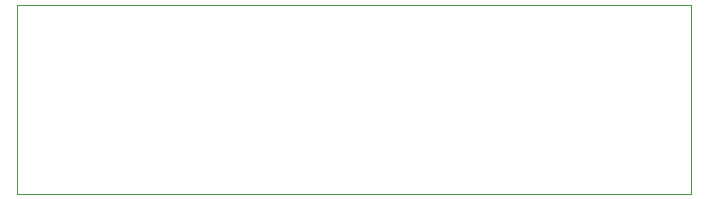
<source format=gbr>
%TF.GenerationSoftware,KiCad,Pcbnew,(6.0.9)*%
%TF.CreationDate,2023-05-10T13:01:55+05:30*%
%TF.ProjectId,Input_Panel(V2.0),496e7075-745f-4506-916e-656c2856322e,rev?*%
%TF.SameCoordinates,Original*%
%TF.FileFunction,Profile,NP*%
%FSLAX46Y46*%
G04 Gerber Fmt 4.6, Leading zero omitted, Abs format (unit mm)*
G04 Created by KiCad (PCBNEW (6.0.9)) date 2023-05-10 13:01:55*
%MOMM*%
%LPD*%
G01*
G04 APERTURE LIST*
%TA.AperFunction,Profile*%
%ADD10C,0.100000*%
%TD*%
G04 APERTURE END LIST*
D10*
X57000000Y-16000000D02*
X0Y-16000000D01*
X57000000Y0D02*
X57000000Y-16000000D01*
X0Y-16000000D02*
X0Y0D01*
X0Y0D02*
X57000000Y0D01*
M02*

</source>
